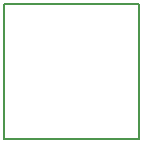
<source format=gbr>
%FSLAX35Y35*%
%MOIN*%
G04 EasyPC Gerber Version 18.0.9 Build 3640 *
%ADD10C,0.00500*%
X0Y0D02*
D02*
D10*
X250Y250D02*
X45250D01*
Y45250*
X250*
Y250*
X0Y0D02*
M02*

</source>
